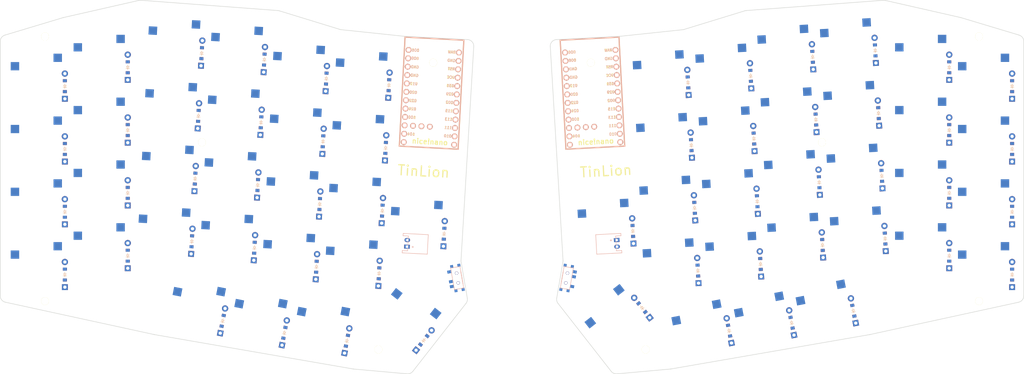
<source format=kicad_pcb>
(kicad_pcb (version 20240108) (generator "pcbnew") (generator_version "8.0")
  (title_block (title "combined_board") (rev "v1.0.0") (company "Unknown"))
  (layers (0 "F.Cu" signal) (31 "B.Cu" signal) (34 "B.Paste" user) (35 "F.Paste" user) (36 "B.SilkS" user "B.Silkscreen") (37 "F.SilkS" user "F.Silkscreen") (38 "B.Mask" user) (39 "F.Mask" user) (44 "Edge.Cuts" user))
  (net 0 "")
  (net 1 "P006")
  (net 2 "function_keys_bottom")
  (net 3 "function_keys_home")
  (net 4 "function_keys_qwerty")
  (net 5 "function_keys_number")
  (net 6 "P031")
  (net 7 "one_bottom")
  (net 8 "one_home")
  (net 9 "one_qwerty")
  (net 10 "one_number")
  (net 11 "P008")
  (net 12 "two_bottom")
  (net 13 "two_home")
  (net 14 "two_qwerty")
  (net 15 "two_number")
  (net 16 "P029")
  (net 17 "three_bottom")
  (net 18 "three_home")
  (net 19 "three_qwerty")
  (net 20 "three_number")
  (net 21 "P017")
  (net 22 "four_bottom")
  (net 23 "four_home")
  (net 24 "four_qwerty")
  (net 25 "four_number")
  (net 26 "P020")
  (net 27 "five_bottom")
  (net 28 "five_home")
  (net 29 "five_qwerty")
  (net 30 "five_number")
  (net 31 "near_thumb")
  (net 32 "home_thumb")
  (net 33 "far_thumb")
  (net 34 "P104")
  (net 35 "space_thumb")
  (net 36 "curly_square")
  (net 37 "P111")
  (net 38 "P113")
  (net 39 "P115")
  (net 40 "P002")
  (net 41 "P010")
  (net 42 "RAW")
  (net 43 "GND")
  (net 44 "RST")
  (net 45 "VCC")
  (net 46 "P009")
  (net 47 "P022")
  (net 48 "P024")
  (net 49 "P100")
  (net 50 "P011")
  (net 51 "P106")
  (net 52 "P101")
  (net 53 "P102")
  (net 54 "P107")
  (net 55 "pos")
  (net 56 "mirror_function_keys_bottom")
  (net 57 "mirror_function_keys_home")
  (net 58 "mirror_function_keys_qwerty")
  (net 59 "mirror_function_keys_number")
  (net 60 "mirror_one_bottom")
  (net 61 "mirror_one_home")
  (net 62 "mirror_one_qwerty")
  (net 63 "mirror_one_number")
  (net 64 "mirror_two_bottom")
  (net 65 "mirror_two_home")
  (net 66 "mirror_two_qwerty")
  (net 67 "mirror_two_number")
  (net 68 "mirror_three_bottom")
  (net 69 "mirror_three_home")
  (net 70 "mirror_three_qwerty")
  (net 71 "mirror_three_number")
  (net 72 "mirror_four_bottom")
  (net 73 "mirror_four_home")
  (net 74 "mirror_four_qwerty")
  (net 75 "mirror_four_number")
  (net 76 "mirror_five_bottom")
  (net 77 "mirror_five_home")
  (net 78 "mirror_five_qwerty")
  (net 79 "mirror_five_number")
  (net 80 "mirror_near_thumb")
  (net 81 "mirror_home_thumb")
  (net 82 "mirror_far_thumb")
  (net 83 "mirror_space_thumb")
  (net 84 "mirror_curly_square")
  (footprint "E73:SPDT_C128955" (layer "F.Cu") (at 195.99143 155.187139 -80)
    (property "Reference" "T1" (hide yes))
    (property "Value" "" (hide yes))
  )
  (footprint "ComboDiode" (layer "F.Cu") (at 185.837812 174.030547 52)
    (property "Reference" "D28" (hide yes))
    (property "Value" "" (hide yes))
  )
  (footprint "ComboDiode" (layer "F.Cu") (at 135.658336 127.057488 87)
    (property "Reference" "D14" (hide yes))
    (property "Value" "" (hide yes))
  )
  (footprint "MX" (layer "F.Cu") (at 126.858092 142.117558 -3)
    (property "Reference" "S13" (hide yes))
    (property "Value" "" (hide yes))
  )
  (footprint "MX" (layer "F.Cu") (at 129.841242 85.195674 -3)
    (property "Reference" "S16" (hide yes))
    (property "Value" "" (hide yes))
  )
  (footprint "HOLE_M2_TH" (layer "F.Cu") (at 306.163497 114.133088 3)
    (property "Reference" "")
    (property "Value" "")
  )
  (footprint "MX" (layer "F.Cu") (at 109.922747 102.224058 -3)
    (property "Reference" "S11" (hide yes))
    (property "Value" "" (hide yes))
  )
  (footprint "ComboDiode" (layer "F.Cu") (at 303.306127 88.27219 93)
    (property "Reference" "D45" (hide yes))
    (property "Value" "" (hide yes))
  )
  (footprint "ComboDiode" (layer "F.Cu") (at 96.383981 91.43448 90)
    (property "Reference" "D8" (hide yes))
    (property "Value" "" (hide yes))
  )
  (footprint "ComboDiode" (layer "F.Cu") (at 363.591175 135.14948 90)
    (property "Reference" "D31" (hide yes))
    (property "Value" "" (hide yes))
  )
  (footprint "MX" (layer "F.Cu") (at 317.041175 140.17198 3)
    (property "Reference" "S38" (hide yes))
    (property "Value" "" (hide yes))
  )
  (footprint "ComboDiode" (layer "F.Cu") (at 344.591175 110.43448 90)
    (property "Reference" "D36" (hide yes))
    (property "Value" "" (hide yes))
  )
  (footprint "MX" (layer "F.Cu") (at 167.487578 92.939043 -3)
    (property "Reference" "S24" (hide yes))
    (property "Value" "" (hide yes))
  )
  (footprint "ComboDiode" (layer "F.Cu") (at 155.37743 113.833883 87)
    (property "Reference" "D19" (hide yes))
    (property "Value" "" (hide yes))
  )
  (footprint "MX" (layer "F.Cu") (at 128.846859 104.169635 -3)
    (property "Reference" "S15" (hide yes))
    (property "Value" "" (hide yes))
  )
  (footprint "HOLE_M2_TH" (layer "F.Cu") (at 353.591175 162.17448)
    (property "Reference" "")
    (property "Value" "")
  )
  (footprint "ComboDiode" (layer "F.Cu") (at 174.299055 115.826895 87)
    (property "Reference" "D23" (hide yes))
    (property "Value" "" (hide yes))
  )
  (footprint "MX" (layer "F.Cu") (at 314.058026 83.250096 3)
    (property "Reference" "S41" (hide yes))
    (property "Value" "" (hide yes))
  )
  (footprint "MX" (layer "F.Cu") (at 295.133914 85.195674 3)
    (property "Reference" "S45" (hide yes))
    (property "Value" "" (hide yes))
  )
  (footprint "MX" (layer "F.Cu") (at 336.591175 144.93448)
    (property "Reference" "S34" (hide yes))
    (property "Value" "" (hide yes))
  )
  (footprint "MX" (layer "F.Cu") (at 117.882306 163.186408 -11)
    (property "Reference" "S25" (hide yes))
    (property "Value" "" (hide yes))
  )
  (footprint "ComboDiode" (layer "F.Cu") (at 363.591175 154.14948 90)
    (property "Reference" "D30" (hide yes))
    (property "Value" "" (hide yes))
  )
  (footprint "MX" (layer "F.Cu") (at 259.476345 130.886966 3)
    (property "Reference" "S51" (hide yes))
    (property "Value" "" (hide yes))
  )
  (footprint "MX" (layer "F.Cu") (at 147.57157 109.919992 -3)
    (property "Reference" "S19" (hide yes))
    (property "Value" "" (hide yes))
  )
  (footprint "ComboDiode" (layer "F.Cu") (at 173.304672 134.800857 87)
    (property "Reference" "D22" (hide yes))
    (property "Value" "" (hide yes))
  )
  (footprint "MX" (layer "F.Cu") (at 260.470728 149.860927 3)
    (property "Reference" "S50" (hide yes))
    (property "Value" "" (hide yes))
  )
  (footprint "MX" (layer "F.Cu") (at 296.128298 104.169635 3)
    (property "Reference" "S44" (hide yes))
    (property "Value" "" (hide yes))
  )
  (footprint "HOLE_M2_TH" (layer "F.Cu") (at 353.591175 82.12448)
    (property "Reference" "")
    (property "Value" "")
  )
  (footprint "ComboDiode" (layer "F.Cu") (at 248.988611 140.949642 93)
    (property "Reference" "D58" (hide yes))
    (property "Value" "" (hide yes))
  )
  (footprint "ComboDiode" (layer "F.Cu") (at 315.613699 165.095631 101)
    (property "Reference" "D54" (hide yes))
    (property "Value" "" (hide yes))
  )
  (footprint "ComboDiode" (layer "F.Cu") (at 153.388664 151.781805 87)
    (property "Reference" "D17" (hide yes))
    (property "Value" "" (hide yes))
  )
  (footprint "MX" (layer "F.Cu") (at 127.852475 123.143597 -3)
    (property "Reference" "S14" (hide yes))
    (property "Value" "" (hide yes))
  )
  (footprint "ComboDiode" (layer "F.Cu") (at 125.067492 168.148575 79)
    (property "Reference" "D25" (hide yes))
    (property "Value" "" (hide yes))
  )
  (footprint "MX" (layer "F.Cu") (at 69.383981 93.64948)
    (property "Reference" "S4" (hide yes))
    (property "Value" "" (hide yes))
  )
  (footprint "MX" (layer "F.Cu") (at 148.565953 90.94603 -3)
    (property "Reference" "S20" (hide yes))
    (property "Value" "" (hide yes))
  )
  (footprint "ComboDiode" (layer "F.Cu") (at 96.383981 129.43448 90)
    (property "Reference" "D6" (hide yes))
    (property "Value" "" (hide yes))
  )
  (footprint "MX" (layer "F.Cu") (at 184.158757 137.873126 -3)
    (property "Reference" "S29" (hide yes))
    (property "Value" "" (hide yes))
  )
  (footprint "MX" (layer "F.Cu") (at 355.591175 131.64948)
    (property "Reference" "S31" (hide yes))
    (property "Value" "" (hide yes))
  )
  (footprint "ComboDiode" (layer "F.Cu") (at 306.289276 145.194074 93)
    (property "Reference" "D42" (hide yes))
    (property "Value" "" (hide yes))
  )
  (footprint "HOLE_M2_TH" (layer "F.Cu") (at 236.307014 90.04358 3)
    (property "Reference" "")
    (property "Value" "")
  )
  (footprint "ComboDiode" (layer "F.Cu") (at 162.607836 174.172283 79)
    (property "Reference" "D27" (hide yes))
    (property "Value" "" (hide yes))
  )
  (footprint "MX" (layer "F.Cu") (at 336.591175 87.93448)
    (property "Reference" "S37" (hide yes))
    (property "Value" "" (hide yes))
  )
  (footprint "ComboDiode" (layer "F.Cu") (at 77.383981 97.14948 90)
    (property "Reference" "D4" (hide yes))
    (property "Value" "" (hide yes))
  )
  (footprint "ComboDiode" (layer "F.Cu") (at 305.294893 126.220112 93)
    (property "Reference" "D43" (hide yes))
    (property "Value" "" (hide yes))
  )
  (footprint "MX" (layer "F.Cu") (at 336.591175 106.93448)
    (property "Reference" "S36" (hide yes))
    (property "Value" "" (hide yes))
  )
  (footprint "MX" (layer "F.Cu") (at 107.933981 140.17198 -3)
    (property "Reference" "S9" (hide yes))
    (property "Value" "" (hide yes))
  )
  (footprint "MX" (layer "F.Cu") (at 69.383981 150.64948)
    (property "Reference" "S1" (hide yes))
    (property "Value" "" (hide yes))
  )
  (footprint "ComboDiode" (layer "F.Cu") (at 96.383981 148.43448 90)
    (property "Reference" "D5" (hide yes))
    (property "Value" "" (hide yes))
  )
  (footprint "ComboDiode" (layer "F.Cu") (at 268.64294 152.937443 93)
    (property "Reference" "D50" (hide yes))
    (property "Value" "" (hide yes))
  )
  (footprint "MX" (layer "F.Cu") (at 269.552506 169.210115 11)
    (property "Reference" "S56" (hide yes))
    (property "Value" "" (hide yes))
  )
  (footprint "MX" (layer "F.Cu") (at 288.441934 166.811778 11)
    (property "Reference" "S55" (hide yes))
    (property "Value" "" (hide yes))
  )
  (footprint "MX" (layer "F.Cu") (at 88.383981 106.93448)
    (property "Reference" "S7" (hide yes))
    (property "Value" "" (hide yes))
  )
  (footprint "ComboDiode" (layer "F.Cu") (at 278.073355 171.119339 101)
    (property "Reference" "D56" (hide yes))
    (property "Value" "" (hide yes))
  )
  (footprint "ComboDiode" (layer "F.Cu") (at 323.224621 105.300573 93)
    (property "Reference" "D40" (hide yes))
    (property "Value" "" (hide yes))
  )
  (footprint "nice_nano" (layer "F.Cu") (at 188.118615 100.52919 -93)
    (property "Reference" "MCU1" (hide yes))
    (property "Value" "nice_nano" (hide yes))
  )
  (footprint "MX" (layer "F.Cu") (at 146.577186 128.893953 -3)
    (property "Reference" "S18" (hide yes))
    (property "Value" "" (hide yes))
  )
  (footprint "ComboDiode" (layer "F.Cu") (at 363.591175 97.14948 90)
    (property "Reference" "D33" (hide yes))
    (property "Value" "" (hide yes))
  )
  (footprint "MX" (layer "F.Cu") (at 355.591175 93.64948)
    (property "Reference" "S33" (hide yes))
    (property "Value" "" (hide yes))
  )
  (footprint "MX" (layer "F.Cu") (at 315.052409 102.224058 3)
    (property "Reference" "S40" (hide yes))
    (property "Value" "" (hide yes))
  )
  (footprint "MX" (layer "F.Cu") (at 88.383981 144.93448)
    (property "Reference" "S5" (hide yes))
    (property "Value" "" (hide yes))
  )
  (footprint "JST_PH_S2B-PH-K_02x2.00mm_Angled" (layer "F.Cu") (at 244.178639 144.706525 -87)
    (property "Reference" "JST2" (hide yes))
    (property "Value" "" (hide yes))
  )
  (footprint "ComboDiode" (layer "F.Cu") (at 175.293439 96.852934 87)
    (property "Reference" "D24" (hide yes))
    (property "Value" "" (hide yes))
  )
  (footprint "MX" (layer "F.Cu") (at 69.383981 131.64948)
    (property "Reference" "S2" (hide yes))
    (property "Value" "" (hide yes))
  )
  (footprint "JST_PH_S2B-PH-K_02x2.00mm_Angled" (layer "F.Cu") (at 180.796517 144.706525 87)
    (property "Reference" "JST1" (hide yes))
    (property "Value" "" (hide yes))
  )
  (footprint "MX" (layer "F.Cu") (at 336.591175 125.93448)
    (property "Reference" "S35" (hide yes))
    (property "Value" "" (hide yes))
  )
  (footprint "ComboDiode" (layer "F.Cu") (at 118.722991 87.163987 87)
    (property "Reference" "D12" (hide yes))
    (property "Value" "" (hide yes))
  )
  (footprint "HOLE_M2_TH" (layer "F.Cu") (at 71.383981 82.12448)
    (property "Reference" "")
    (property "Value" "")
  )
  (footprint "ComboDiode" (layer "F.Cu") (at 116.734225 125.11191 87)
    (property "Reference" "D10" (hide yes))
    (property "Value" "" (hide yes))
  )
  (footprint "MX" (layer "F.Cu") (at 181.688541 166.347218 -38)
    (property "Reference" "S28" (hide yes))
    (property "Value" "" (hide yes))
  )
  (footprint "MX" (layer "F.Cu") (at 165.498812 130.886966 -3)
    (property "Reference" "S22" (hide yes))
    (property "Value" "" (hide yes))
  )
  (footprint "ComboDiode" (layer "F.Cu") (at 77.383981 135.14948 90)
    (property "Reference" "D2" (hide yes))
    (property "Value" "" (hide yes))
  )
  (footprint "ComboDiode" (layer "F.Cu") (at 296.962783 168.721002 101)
    (property "Reference" "D55" (hide yes))
    (property "Value" "" (hide yes))
  )
  (footprint "HOLE_M2_TH" (layer "F.Cu") (at 172.103883 176.820599 -3)
    (property "Reference" "")
    (property "Value" "")
  )
  (footprint "ComboDiode" (layer "F.Cu") (at 115.739841 144.085871 87)
    (property "Reference" "D9" (hide yes))
    (property "Value" "" (hide yes))
  )
  (footprint "ComboDiode" (layer "F.Cu") (at 266.654173 114.98952 93)
    (property "Reference" "D52" (hide yes))
    (property "Value" "" (hide yes))
  )
  (footprint "ComboDiode" (layer "F.Cu") (at 344.591175 91.43448 90)
    (property "Reference" "D37" (hide yes))
    (property "Value" "" (hide yes))
  )
  (footprint "ComboDiode" (layer "F.Cu") (at 363.591175 116.14948 90)
    (property "Reference" "D32" (hide yes))
    (property "Value" "" (hide yes))
  )
  (footprint "ComboDiode" (layer "F.Cu") (at 287.564565 150.94443 93)
    (property "Reference" "D46" (hide yes))
    (property "Value" "" (hide yes))
  )
  (footprint "HOLE_M2_TH" (layer "F.Cu") (at 252.871273 176.820599 3)
    (property "Reference" "")
    (property "Value" "")
  )
  (footprint "MX" (layer "F.Cu") (at 355.591175 150.64948)
    (property "Reference" "S30" (hide yes))
    (property "Value" "" (hide yes))
  )
  (footprint "ComboDiode" (layer "F.Cu") (at 134.663953 146.031449 87)
    (property "Reference" "D13" (hide yes))
    (property "Value" "" (hide yes))
  )
  (footprint "ComboDiode" (layer "F.Cu") (at 191.964618 141.787017 87)
    (property "Reference" "D29" (hide yes))
    (property "Value" "" (hide yes))
  )
  (footprint "ComboDiode" (layer "F.Cu") (at 284.581415 94.022546 93)
    (property "Reference" "D49" (hide yes))
    (property "Value" "" (hide yes))
  )
  (footprint "ComboDiode" (layer "F.Cu") (at 117.728608 106.137949 87)
    (property "Reference" "D11" (hide yes))
    (property "Value" "" (hide yes))
  )
  (footprint "ComboDiode" (layer "F.Cu") (at 172.310289 153.774818 87)
    (property "Reference" "D21" (hide yes))
    (property "Value" "" (hide yes))
  )
  (footprint "MX" (layer "F.Cu") (at 298.117064 142.117558 3)
    (property "Reference" "S42" (hide yes))
    (property "Value" "" (hide yes))
  )
  (footprint "HOLE_M2_TH" (layer "F.Cu") (at 118.811659 114.133088 -3)
    (property "Reference" "")
    (property "Value" "")
  )
  (footprint "MX" (layer "F.Cu") (at 297.122681 123.143597 3)
    (property "Reference" "S43" (hide yes))
    (property "Value" "" (hide yes))
  )
  (footprint "MX" (layer "F.Cu") (at 155.42265 169.210115 -11)
    (property "Reference" "S27" (hide yes))
    (property "Value" "" (hide yes))
  )
  (footprint "MX" (layer "F.Cu") (at 276.409203 90.94603 3)
    (property "Reference" "S49" (hide yes))
    (property "Value" "" (hide yes))
  )
  (footprint "ComboDiode" (layer "F.Cu") (at 96.383981 110.43448 90)
    (property "Reference" "D7" (hide yes))
    (property "Value" "" (hide yes))
  )
  (footprint "MX" (layer "F.Cu") (at 240.816399 137.873126 3)
    (property "Reference" "S58" (hide yes))
    (property "Value" "" (hide yes))
  )
  (footprint "MX" (layer "F.Cu") (at 257.487578 92.939043 3)
    (property "Reference" "S53" (hide yes))
    (property "Value" "" (hide yes))
  )
  (footprint "MX" (layer "F.Cu") (at 279.392353 147.867914 3)
    (property "Reference" "S46" (hide yes))
    (property "Value" "" (hide yes))
  )
  (footprint "ComboDiode" (layer "F.Cu") (at 267.648557 133.963481 93)
    (property "Reference" "D51" (hide yes))
    (property "Value" "" (hide yes))
  )
  (footprint "MX" (layer "F.Cu") (at 145.582803 147.867914 -3)
    (property "Reference" "S17" (hide yes))
    (property "Value" "" (hide yes))
  )
  (footprint "MX" (layer "F.Cu") (at 136.533222 166.811778 -11)
    (property "Reference" "S26" (hide yes))
    (property "Value" "" (hide yes))
  )
  (footprint "ComboDiode" (layer "F.Cu") (at 324.219004 124.274534 93)
    (property "Reference" "D39" (hide yes))
    (property "Value" "" (hide yes))
  )
  (footprint "ComboDiode" (layer "F.Cu") (at 77.383981 154.14948 90)
    (property "Reference" "D1" (hide yes))
    (property "Value" "" (hide yes))
  )
  (footprint "ComboDiode" (layer "F.Cu") (at 285.575799 112.996507 93)
    (property "Reference" "D48" (hide yes))
    (property "Value" "" (hide yes))
  )
  (footprint "ComboDiode" (layer "F.Cu") (at 344.591175 129.43448 90)
    (property "Reference" "D35" (hide yes))
    (property "Value" "" (hide yes))
  )
  (footprint "ComboDiode" (layer "F.Cu") (at 154.383047 132.807844 87)
    (property "Reference" "D18" (hide yes))
    (property "Value" "" (hide yes))
  )
  (footprint "ComboDiode" (layer "F.Cu") (at 251.745517 164.179963 128)
    (property "Reference" "D57" (hide yes))
    (property "Value" "" (hide yes))
  )
  (footprint "ComboDiode" (layer "F.Cu") (at 304.30051 107.246151 93)
    (property "Reference" "D44" (hide yes))
    (property "Value" "" (hide yes))
  )
  (footprint "MX" (layer "F.Cu") (at 277.403587 109.919992 3)
    (property "Reference" "S48" (hide yes))
    (property "Value" "" (hide yes))
  )
  (footprint "HOLE_M2_TH" (layer "F.Cu") (at 188.668142 90.04358 -3)
    (property "Reference" "")
    (property "Value" "")
  )
  (footprint "MX" (layer "F.Cu") (at 316.046792 121.198019 3)
    (property "Reference" "S39" (hide yes))
    (property "Value" "" (hide yes))
  )
  (footprint "MX" (layer "F.Cu") (at 166.493195 111.913004 -3)
    (property "Reference" "S23" (hide yes))
    (property "Value" "" (hide yes))
  )
  (footprint "MX" (layer "F.Cu") (at 307.09285 163.186408 11)
    (property "Reference" "S54" (hide yes))
    (property "Value" "" (hide yes))
  )
  (footprint "ComboDiode" (layer "F.Cu") (at 136.652719 108.083526 87)
    (property "Reference" "D15" (hide yes))
    (property "Value" "" (hide yes))
  )
  (footprint "ComboDiode" (layer "F.Cu") (at 137.647102 89.109565 87)
    (property "Reference" "D16" (hide yes))
    (property "Value" "" (hide yes))
  )
  (footprint "ComboDiode" (layer "F.Cu") (at 322.230238 86.326612 93)
    (property "Reference" "D41" (hide yes))
    (property "Value" "" (hide yes))
  )
  (footprint "MX" (layer "F.Cu") (at 88.383981 87.93448)
    (property "Reference" "S8" (hide yes))
    (property "Value" "" (hide yes))
  )
  (footprint "ComboDiode" (layer "F.Cu") (at 265.65979 96.015559 93)
    (property "Reference" "D53" (hide yes))
    (property "Value" "" (hide yes))
  )
  (footprint "MX" (layer "F.Cu") (at 278.39797 128.893953 3)
    (property "Reference" "S47" (hide yes))
    (property "Value" "" (hide yes))
  )
  (footprint "MX" (layer "F.Cu") (at 355.591175 112.64948)
    (property "Reference" "S32" (hide yes))
    (property "Value" "" (hide yes))
  )
  (footprint "MX" (layer "F.Cu") (at 69.383981 112.64948)
    (property "Reference" "S3" (hide yes))
    (property "Value" "" (hide yes))
  )
  (footprint "ComboDiode" (layer "F.Cu") (at 143.718408 171.773946 79)
    (property "Reference" "D26" (hide yes))
    (property "Value" "" (hide yes))
  )
  (footprint "E73:SPDT_C128955" (layer "F.Cu") (at 228.983726 155.187139 80)
    (property "Reference" "T2" (hide yes))
    (property "Value" "" (hide yes))
  )
  (footprint "MX" (layer "F.Cu") (at 108.928364 121.198019 -3)
    (property "Reference" "S10" (hide yes))
    (property "Value" "" (hide yes))
  )
  (footprint "ComboDiode" (layer "F.Cu") (at 286.570182 131.970469 93)
    (property "Reference" "D47" (hide yes))
    (property "Value" "" (hide yes))
  )
  (footprint "MX" (layer "F.Cu") (at 88.383981 125.93448)
    (property "Reference" "S6" (hide yes))
    (property "Value" "" (hide yes))
  )
  (footprint "MX" (layer "F.Cu") (at 164.504429 149.860927 -3)
    (property "Reference" "S21" (hide yes))
    (property "Value" "" (hide yes))
  )
  (footprint "ComboDiode" (layer "F.Cu") (at 344.591175 148.43448 90)
    (property "Reference" "D34" (hide yes))
    (property "Value" "" (hide yes))
  )
  (footprint "HOLE_M2_TH" (layer "F.Cu") (at 71.383981 162.17448)
    (property "Reference" "")
    (property "Value" "")
  )
  (footprint "MX" (layer "F.Cu") (at 110.917131 83.250096 -3)
    (property "Reference" "S12" (hide yes))
    (property "Value" "" (hide yes))
  )
  (footprint "ComboDiode" (layer "F.Cu") (at 325.213387 143.248496 93)
    (property "Reference" "D38" (hide yes))
    (property "Value" "" (hide yes))
  )
  (footprint "ComboDiode" (layer "F.Cu") (at 77.383981 116.14948 90)
    (property "Reference" "D3" (hide yes))
    (property "Value" "" (hide yes))
  )
  (footprint "MX" (layer "F.Cu") (at 258.481961 111.913004 3)
    (property "Reference" "S52" (hide yes))
    (property "Value" "" (hide yes))
  )
  (footprint "MX" (layer "F.Cu") (at 243.286615 166.347218 38)
    (property "Reference" "S57" (hide yes))
    (property "Value" "" (hide yes))
  )
  (footprint "ComboDiode" (layer "F.Cu") (at 156.371813 94.859921 87)
    (property "Reference" "D20" (hide yes))
    (property "Value" "" (hide yes))
  )
  (footprint "nice_nano" (layer "F.Cu") (at 236.856542 100.52919 -87)
    (property "Reference" "MCU2" (hide yes))
    (property "Value" "nice_nano" (hide yes))
  )
  (gr_line (start 198.584768 162.872242) (end 182.530339 183.420974) (stroke (width 0.15)) (layer "Edge.Cuts"))
  (gr_arc (start 282.807524 74.355364) (mid 283.023853 74.301915) (end 283.244786 74.272864) (stroke (width 0.15)) (layer "Edge.Cuts"))
  (gr_line (start 227.874352 150.316742) (end 225.995041 161.303718) (stroke (width 0.15)) (layer "Edge.Cuts"))
  (gr_line (start 179.652478 82.035762) (end 199.034066 83.051508) (stroke (width 0.15)) (layer "Edge.Cuts"))
  (gr_arc (start 245.427507 82.0275) (mid 245.375147 82.03232) (end 245.322678 82.035762) (stroke (width 0.15)) (layer "Edge.Cuts"))
  (gr_line (start 245.322678 82.035762) (end 225.94109 83.051508) (stroke (width 0.15)) (layer "Edge.Cuts"))
  (gr_arc (start 179.652478 82.035762) (mid 179.600009 82.03232) (end 179.547649 82.0275) (stroke (width 0.15)) (layer "Edge.Cuts"))
  (gr_line (start 348.049556 76.394311) (end 325.25768 71.204577) (stroke (width 0.15)) (layer "Edge.Cuts"))
  (gr_arc (start 76.793554 76.42916) (mid 76.859279 76.410608) (end 76.9256 76.394311) (stroke (width 0.15)) (layer "Edge.Cuts"))
  (gr_arc (start 224.049295 85.167585) (mid 224.554742 83.715779) (end 225.94109 83.051508) (stroke (width 0.15)) (layer "Edge.Cuts"))
  (gr_line (start 367.116175 160.563058) (end 367.116175 83.611417) (stroke (width 0.15)) (layer "Edge.Cuts"))
  (gr_arc (start 348.049557 76.394311) (mid 348.115878 76.410608) (end 348.181603 76.42916) (stroke (width 0.15)) (layer "Edge.Cuts"))
  (gr_arc (start 141.730371 74.272864) (mid 141.951304 74.301916) (end 142.167633 74.355364) (stroke (width 0.15)) (layer "Edge.Cuts"))
  (gr_arc (start 199.034066 83.051507) (mid 200.420415 83.715778) (end 200.925862 85.167585) (stroke (width 0.15)) (layer "Edge.Cuts"))
  (gr_line (start 100.311387 71.160285) (end 141.730371 74.272864) (stroke (width 0.15)) (layer "Edge.Cuts"))
  (gr_line (start 324.663769 71.160285) (end 283.244786 74.272864) (stroke (width 0.15)) (layer "Edge.Cuts"))
  (gr_line (start 244.199837 184.181625) (end 260.356713 182.729776) (stroke (width 0.15)) (layer "Edge.Cuts"))
  (gr_line (start 365.692258 81.696181) (end 348.181603 76.42916) (stroke (width 0.15)) (layer "Edge.Cuts"))
  (gr_line (start 57.858981 160.563058) (end 57.858981 83.611417) (stroke (width 0.15)) (layer "Edge.Cuts"))
  (gr_arc (start 99.717476 71.204576) (mid 100.012774 71.1602) (end 100.311387 71.160285) (stroke (width 0.15)) (layer "Edge.Cuts"))
  (gr_arc (start 324.663769 71.160286) (mid 324.962382 71.160201) (end 325.25768 71.204577) (stroke (width 0.15)) (layer "Edge.Cuts"))
  (gr_arc (start 197.100803 150.316742) (mid 197.075194 150.089451) (end 197.075705 149.860723) (stroke (width 0.15)) (layer "Edge.Cuts"))
  (gr_line (start 264.104275 80.060278) (end 245.427507 82.0275) (stroke (width 0.15)) (layer "Edge.Cuts"))
  (gr_line (start 76.9256 76.394311) (end 99.717476 71.204577) (stroke (width 0.15)) (layer "Edge.Cuts"))
  (gr_line (start 180.77532 184.181625) (end 164.618443 182.729776) (stroke (width 0.15)) (layer "Edge.Cuts"))
  (gr_arc (start 198.980116 161.303719) (mid 198.948092 162.129733) (end 198.584768 162.872242) (stroke (width 0.15)) (layer "Edge.Cuts"))
  (gr_arc (start 244.199837 184.181625) (mid 243.225499 184.024708) (end 242.444817 183.420974) (stroke (width 0.15)) (layer "Edge.Cuts"))
  (gr_line (start 320.647059 172.291469) (end 365.541637 162.517279) (stroke (width 0.15)) (layer "Edge.Cuts"))
  (gr_arc (start 227.899451 149.860723) (mid 227.899961 150.089451) (end 227.874352 150.316742) (stroke (width 0.15)) (layer "Edge.Cuts"))
  (gr_line (start 226.390388 162.872242) (end 242.444817 183.420974) (stroke (width 0.15)) (layer "Edge.Cuts"))
  (gr_arc (start 59.433519 162.51728) (mid 58.301591 161.817864) (end 57.858981 160.563058) (stroke (width 0.15)) (layer "Edge.Cuts"))
  (gr_arc (start 226.390388 162.872242) (mid 226.027064 162.129732) (end 225.995041 161.303718) (stroke (width 0.15)) (layer "Edge.Cuts"))
  (gr_line (start 282.807523 74.355364) (end 264.481911 79.983157) (stroke (width 0.15)) (layer "Edge.Cuts"))
  (gr_line (start 200.925862 85.167585) (end 197.075705 149.860723) (stroke (width 0.15)) (layer "Edge.Cuts"))
  (gr_line (start 197.100804 150.316742) (end 198.980116 161.303718) (stroke (width 0.15)) (layer "Edge.Cuts"))
  (gr_arc (start 57.858981 83.611417) (mid 58.253963 82.418137) (end 59.282898 81.696181) (stroke (width 0.15)) (layer "Edge.Cuts"))
  (gr_line (start 224.049294 85.167585) (end 227.899451 149.860723) (stroke (width 0.15)) (layer "Edge.Cuts"))
  (gr_arc (start 160.870881 80.060278) (mid 160.680201 80.030836) (end 160.493245 79.983157) (stroke (width 0.15)) (layer "Edge.Cuts"))
  (gr_arc (start 182.530339 183.420973) (mid 181.749658 184.024707) (end 180.77532 184.181625) (stroke (width 0.15)) (layer "Edge.Cuts"))
  (gr_line (start 59.282898 81.696181) (end 76.793553 76.42916) (stroke (width 0.15)) (layer "Edge.Cuts"))
  (gr_arc (start 104.41221 172.307902) (mid 104.370065 172.300136) (end 104.328097 172.291469) (stroke (width 0.15)) (layer "Edge.Cuts"))
  (gr_line (start 142.167633 74.355364) (end 160.493245 79.983157) (stroke (width 0.15)) (layer "Edge.Cuts"))
  (gr_arc (start 320.647059 172.291469) (mid 320.605091 172.300136) (end 320.562946 172.307902) (stroke (width 0.15)) (layer "Edge.Cuts"))
  (gr_line (start 164.456092 182.708457) (end 104.41221 172.307902) (stroke (width 0.15)) (layer "Edge.Cuts"))
  (gr_line (start 104.328097 172.291469) (end 59.433519 162.517279) (stroke (width 0.15)) (layer "Edge.Cuts"))
  (gr_line (start 260.519064 182.708457) (end 320.562946 172.307902) (stroke (width 0.15)) (layer "Edge.Cuts"))
  (gr_arc (start 264.481911 79.983157) (mid 264.294955 80.030836) (end 264.104275 80.060278) (stroke (width 0.15)) (layer "Edge.Cuts"))
  (gr_line (start 160.870881 80.060278) (end 179.547649 82.0275) (stroke (width 0.15)) (layer "Edge.Cuts"))
  (gr_arc (start 365.692258 81.696181) (mid 366.721193 82.418137) (end 367.116175 83.611417) (stroke (width 0.15)) (layer "Edge.Cuts"))
  (gr_arc (start 367.116174 160.563058) (mid 366.673564 161.817863) (end 365.541637 162.517279) (stroke (width 0.15)) (layer "Edge.Cuts"))
  (gr_arc (start 164.618443 182.729776) (mid 164.537049 182.720779) (end 164.456092 182.708457) (stroke (width 0.15)) (layer "Edge.Cuts"))
  (gr_arc (start 260.519064 182.708457) (mid 260.438107 182.720779) (end 260.356713 182.729776) (stroke (width 0.15)) (layer "Edge.Cuts"))
  (gr_text "TinLion" (at 177.653801 122.51163 -3) (layer "F.SilkS") (effects (font (size 3 3) (thickness 0.4)) (justify left)))
  (gr_text "TinLion" (at 232.741364 123.275735 3) (layer "F.SilkS") (effects (font (size 3 3) (thickness 0.4)) (justify left)))
)
</source>
